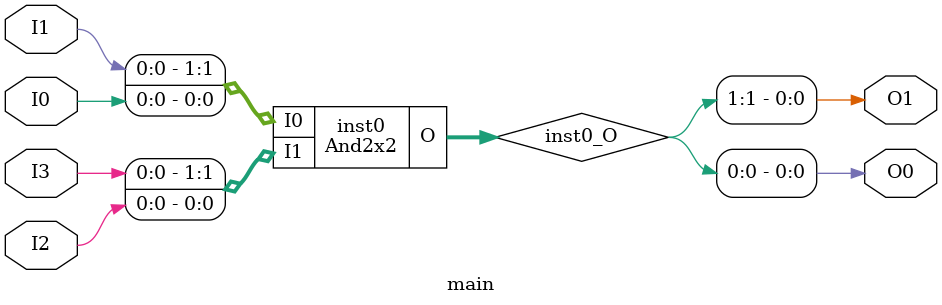
<source format=v>
module And2x2 (input [1:0] I0, input [1:0] I1, output [1:0] O);
wire  inst0_0;
wire  inst1_0;
and inst0 (inst0_0, I0[0], I1[0]);
and inst1 (inst1_0, I0[1], I1[1]);
assign O = {inst1_0,inst0_0};
endmodule

module main (input  I0, input  I1, input  I2, input  I3, output  O0, output  O1);
wire [1:0] inst0_O;
And2x2 inst0 (.I0({I1,I0}), .I1({I3,I2}), .O(inst0_O));
assign O0 = inst0_O[0];
assign O1 = inst0_O[1];
endmodule


</source>
